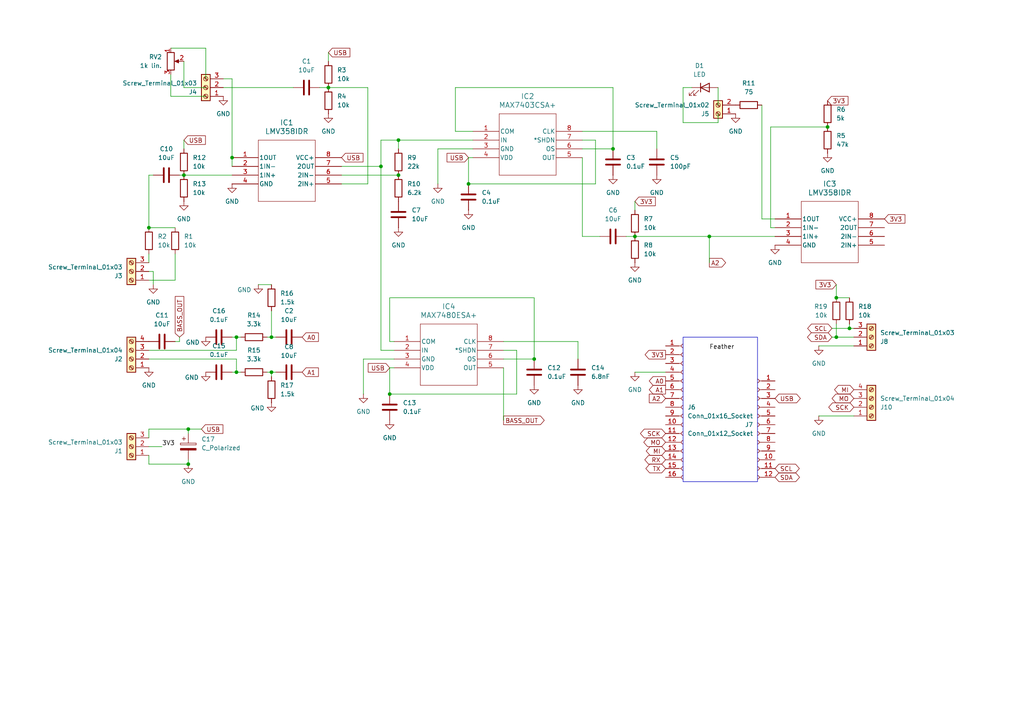
<source format=kicad_sch>
(kicad_sch (version 20231120) (generator "eeschema") (generator_version "8.0")
  (paper "A4")
  (lib_symbols
    (symbol "2024-09-15_01-54-02:MAX7403CSA+" (pin_names (offset 0.254))
      (property "Reference" "U2" (at 16.002 10.16 0))
      (property "Value" "MAX7403CSA+" (at 16.002 7.62 0))
      (symbol "MAX7403CSA+_0_1"
        (polyline (pts (xy 7.62 -12.7) (xy 24.13 -12.7)) (stroke (width 0.127)))
        (polyline (pts (xy 7.62 5.08) (xy 7.62 -12.7)) (stroke (width 0.127)))
        (polyline (pts (xy 24.13 -12.7) (xy 24.13 5.08)) (stroke (width 0.127)))
        (polyline (pts (xy 24.13 5.08) (xy 7.62 5.08)) (stroke (width 0.127)))
        (pin input line (at 0 0 0) (length 7.62) (name "COM") (number "1"))
        (pin input line (at 0 -2.54 0) (length 7.62) (name "IN") (number "2"))
        (pin power_in line (at 0 -5.08 0) (length 7.62) (name "GND") (number "3"))
        (pin power_in line (at 0 -7.62 0) (length 7.62) (name "VDD") (number "4"))
        (pin output line (at 31.75 -7.62 180) (length 7.62) (name "OUT") (number "5"))
        (pin input line (at 31.75 -5.08 180) (length 7.62) (name "OS") (number "6"))
        (pin input line (at 31.75 -2.54 180) (length 7.62) (name "*SHDN") (number "7"))
        (pin input line (at 31.75 0 180) (length 7.62) (name "CLK") (number "8"))
      )
    )
    (symbol "2024-09-15_02-31-25:LMV358IDR" (pin_names (offset 0.254))
      (property "Reference" "U3" (at 16.256 10.414 0))
      (property "Value" "LMV358IDR" (at 16.256 7.874 0))
      (symbol "LMV358IDR_0_1"
        (polyline (pts (xy 7.62 -12.7) (xy 24.13 -12.7)) (stroke (width 0.127)))
        (polyline (pts (xy 7.62 5.08) (xy 7.62 -12.7)) (stroke (width 0.127)))
        (polyline (pts (xy 24.13 -12.7) (xy 24.13 5.08)) (stroke (width 0.127)))
        (polyline (pts (xy 24.13 5.08) (xy 7.62 5.08)) (stroke (width 0.127)))
        (pin output line (at 0 0 0) (length 7.62) (name "1OUT") (number "1"))
        (pin input line (at 0 -2.54 0) (length 7.62) (name "1IN-") (number "2"))
        (pin input line (at 0 -5.08 0) (length 7.62) (name "1IN+") (number "3"))
        (pin power_in line (at 0 -7.62 0) (length 7.62) (name "GND") (number "4"))
        (pin input line (at 31.75 -7.62 180) (length 7.62) (name "2IN+") (number "5"))
        (pin input line (at 31.75 -5.08 180) (length 7.62) (name "2IN-") (number "6"))
        (pin output line (at 31.75 -2.54 180) (length 7.62) (name "2OUT") (number "7"))
        (pin power_in line (at 31.75 0 180) (length 7.62) (name "VCC+") (number "8"))
      )
    )
    (symbol "2024-10-15_04-05-58:MAX7480ESA+" (pin_names (offset 0.254))
      (property "Reference" "U4" (at 16.002 10.414 0))
      (property "Value" "MAX7480ESA+" (at 16.002 7.874 0))
      (symbol "MAX7480ESA+_0_1"
        (polyline (pts (xy 7.62 -12.7) (xy 24.13 -12.7)) (stroke (width 0.127)))
        (polyline (pts (xy 7.62 5.08) (xy 7.62 -12.7)) (stroke (width 0.127)))
        (polyline (pts (xy 24.13 -12.7) (xy 24.13 5.08)) (stroke (width 0.127)))
        (polyline (pts (xy 24.13 5.08) (xy 7.62 5.08)) (stroke (width 0.127)))
        (pin input line (at 0 0 0) (length 7.62) (name "COM") (number "1"))
        (pin input line (at 0 -2.54 0) (length 7.62) (name "IN") (number "2"))
        (pin power_in line (at 0 -5.08 0) (length 7.62) (name "GND") (number "3"))
        (pin power_in line (at 0 -7.62 0) (length 7.62) (name "VDD") (number "4"))
        (pin output line (at 31.75 -7.62 180) (length 7.62) (name "OUT") (number "5"))
        (pin input line (at 31.75 -5.08 180) (length 7.62) (name "OS") (number "6"))
        (pin input line (at 31.75 -2.54 180) (length 7.62) (name "*SHDN") (number "7"))
        (pin input line (at 31.75 0 180) (length 7.62) (name "CLK") (number "8"))
      )
    )
    (symbol "Connector:Conn_01x12_Socket" (pin_names (offset 1.016) hide)
      (property "Reference" "J" (at 0 15.24 0))
      (property "Value" "Conn_01x12_Socket" (at 0 -17.78 0))
      (symbol "Conn_01x12_Socket_1_1"
        (arc (start 0 -14.732) (mid -0.5058 -15.24) (end 0 -15.748) (stroke (width 0.1524)))
        (arc (start 0 -12.192) (mid -0.5058 -12.7) (end 0 -13.208) (stroke (width 0.1524)))
        (arc (start 0 -9.652) (mid -0.5058 -10.16) (end 0 -10.668) (stroke (width 0.1524)))
        (arc (start 0 -7.112) (mid -0.5058 -7.62) (end 0 -8.128) (stroke (width 0.1524)))
        (arc (start 0 -4.572) (mid -0.5058 -5.08) (end 0 -5.588) (stroke (width 0.1524)))
        (arc (start 0 -2.032) (mid -0.5058 -2.54) (end 0 -3.048) (stroke (width 0.1524)))
        (polyline (pts (xy -1.27 -15.24) (xy -0.508 -15.24)) (stroke (width 0.1524)))
        (polyline (pts (xy -1.27 -12.7) (xy -0.508 -12.7)) (stroke (width 0.1524)))
        (polyline (pts (xy -1.27 -10.16) (xy -0.508 -10.16)) (stroke (width 0.1524)))
        (polyline (pts (xy -1.27 -7.62) (xy -0.508 -7.62)) (stroke (width 0.1524)))
        (polyline (pts (xy -1.27 -5.08) (xy -0.508 -5.08)) (stroke (width 0.1524)))
        (polyline (pts (xy -1.27 -2.54) (xy -0.508 -2.54)) (stroke (width 0.1524)))
        (polyline (pts (xy -1.27 0) (xy -0.508 0)) (stroke (width 0.1524)))
        (polyline (pts (xy -1.27 2.54) (xy -0.508 2.54)) (stroke (width 0.1524)))
        (polyline (pts (xy -1.27 5.08) (xy -0.508 5.08)) (stroke (width 0.1524)))
        (polyline (pts (xy -1.27 7.62) (xy -0.508 7.62)) (stroke (width 0.1524)))
        (polyline (pts (xy -1.27 10.16) (xy -0.508 10.16)) (stroke (width 0.1524)))
        (polyline (pts (xy -1.27 12.7) (xy -0.508 12.7)) (stroke (width 0.1524)))
        (arc (start 0 0.508) (mid -0.5058 0) (end 0 -0.508) (stroke (width 0.1524)))
        (arc (start 0 3.048) (mid -0.5058 2.54) (end 0 2.032) (stroke (width 0.1524)))
        (arc (start 0 5.588) (mid -0.5058 5.08) (end 0 4.572) (stroke (width 0.1524)))
        (arc (start 0 8.128) (mid -0.5058 7.62) (end 0 7.112) (stroke (width 0.1524)))
        (arc (start 0 10.668) (mid -0.5058 10.16) (end 0 9.652) (stroke (width 0.1524)))
        (arc (start 0 13.208) (mid -0.5058 12.7) (end 0 12.192) (stroke (width 0.1524)))
        (pin passive line (at -5.08 12.7 0) (length 3.81) (name "Pin_1") (number "1"))
        (pin passive line (at -5.08 -10.16 0) (length 3.81) (name "Pin_10") (number "10"))
        (pin passive line (at -5.08 -12.7 0) (length 3.81) (name "Pin_11") (number "11"))
        (pin passive line (at -5.08 -15.24 0) (length 3.81) (name "Pin_12") (number "12"))
        (pin passive line (at -5.08 10.16 0) (length 3.81) (name "Pin_2") (number "2"))
        (pin passive line (at -5.08 7.62 0) (length 3.81) (name "Pin_3") (number "3"))
        (pin passive line (at -5.08 5.08 0) (length 3.81) (name "Pin_4") (number "4"))
        (pin passive line (at -5.08 2.54 0) (length 3.81) (name "Pin_5") (number "5"))
        (pin passive line (at -5.08 0 0) (length 3.81) (name "Pin_6") (number "6"))
        (pin passive line (at -5.08 -2.54 0) (length 3.81) (name "Pin_7") (number "7"))
        (pin passive line (at -5.08 -5.08 0) (length 3.81) (name "Pin_8") (number "8"))
        (pin passive line (at -5.08 -7.62 0) (length 3.81) (name "Pin_9") (number "9"))
      )
    )
    (symbol "Connector:Conn_01x16_Socket" (pin_names (offset 1.016) hide)
      (property "Reference" "J" (at 0 20.32 0))
      (property "Value" "Conn_01x16_Socket" (at 0 -22.86 0))
      (symbol "Conn_01x16_Socket_1_1"
        (arc (start 0 -19.812) (mid -0.5058 -20.32) (end 0 -20.828) (stroke (width 0.1524)))
        (arc (start 0 -17.272) (mid -0.5058 -17.78) (end 0 -18.288) (stroke (width 0.1524)))
        (arc (start 0 -14.732) (mid -0.5058 -15.24) (end 0 -15.748) (stroke (width 0.1524)))
        (arc (start 0 -12.192) (mid -0.5058 -12.7) (end 0 -13.208) (stroke (width 0.1524)))
        (arc (start 0 -9.652) (mid -0.5058 -10.16) (end 0 -10.668) (stroke (width 0.1524)))
        (arc (start 0 -7.112) (mid -0.5058 -7.62) (end 0 -8.128) (stroke (width 0.1524)))
        (arc (start 0 -4.572) (mid -0.5058 -5.08) (end 0 -5.588) (stroke (width 0.1524)))
        (arc (start 0 -2.032) (mid -0.5058 -2.54) (end 0 -3.048) (stroke (width 0.1524)))
        (polyline (pts (xy -1.27 -20.32) (xy -0.508 -20.32)) (stroke (width 0.1524)))
        (polyline (pts (xy -1.27 -17.78) (xy -0.508 -17.78)) (stroke (width 0.1524)))
        (polyline (pts (xy -1.27 -15.24) (xy -0.508 -15.24)) (stroke (width 0.1524)))
        (polyline (pts (xy -1.27 -12.7) (xy -0.508 -12.7)) (stroke (width 0.1524)))
        (polyline (pts (xy -1.27 -10.16) (xy -0.508 -10.16)) (stroke (width 0.1524)))
        (polyline (pts (xy -1.27 -7.62) (xy -0.508 -7.62)) (stroke (width 0.1524)))
        (polyline (pts (xy -1.27 -5.08) (xy -0.508 -5.08)) (stroke (width 0.1524)))
        (polyline (pts (xy -1.27 -2.54) (xy -0.508 -2.54)) (stroke (width 0.1524)))
        (polyline (pts (xy -1.27 0) (xy -0.508 0)) (stroke (width 0.1524)))
        (polyline (pts (xy -1.27 2.54) (xy -0.508 2.54)) (stroke (width 0.1524)))
        (polyline (pts (xy -1.27 5.08) (xy -0.508 5.08)) (stroke (width 0.1524)))
        (polyline (pts (xy -1.27 7.62) (xy -0.508 7.62)) (stroke (width 0.1524)))
        (polyline (pts (xy -1.27 10.16) (xy -0.508 10.16)) (stroke (width 0.1524)))
        (polyline (pts (xy -1.27 12.7) (xy -0.508 12.7)) (stroke (width 0.1524)))
        (polyline (pts (xy -1.27 15.24) (xy -0.508 15.24)) (stroke (width 0.1524)))
        (polyline (pts (xy -1.27 17.78) (xy -0.508 17.78)) (stroke (width 0.1524)))
        (arc (start 0 0.508) (mid -0.5058 0) (end 0 -0.508) (stroke (width 0.1524)))
        (arc (start 0 3.048) (mid -0.5058 2.54) (end 0 2.032) (stroke (width 0.1524)))
        (arc (start 0 5.588) (mid -0.5058 5.08) (end 0 4.572) (stroke (width 0.1524)))
        (arc (start 0 8.128) (mid -0.5058 7.62) (end 0 7.112) (stroke (width 0.1524)))
        (arc (start 0 10.668) (mid -0.5058 10.16) (end 0 9.652) (stroke (width 0.1524)))
        (arc (start 0 13.208) (mid -0.5058 12.7) (end 0 12.192) (stroke (width 0.1524)))
        (arc (start 0 15.748) (mid -0.5058 15.24) (end 0 14.732) (stroke (width 0.1524)))
        (arc (start 0 18.288) (mid -0.5058 17.78) (end 0 17.272) (stroke (width 0.1524)))
        (pin passive line (at -5.08 17.78 0) (length 3.81) (name "Pin_1") (number "1"))
        (pin passive line (at -5.08 -5.08 0) (length 3.81) (name "Pin_10") (number "10"))
        (pin passive line (at -5.08 -7.62 0) (length 3.81) (name "Pin_11") (number "11"))
        (pin passive line (at -5.08 -10.16 0) (length 3.81) (name "Pin_12") (number "12"))
        (pin passive line (at -5.08 -12.7 0) (length 3.81) (name "Pin_13") (number "13"))
        (pin passive line (at -5.08 -15.24 0) (length 3.81) (name "Pin_14") (number "14"))
        (pin passive line (at -5.08 -17.78 0) (length 3.81) (name "Pin_15") (number "15"))
        (pin passive line (at -5.08 -20.32 0) (length 3.81) (name "Pin_16") (number "16"))
        (pin passive line (at -5.08 15.24 0) (length 3.81) (name "Pin_2") (number "2"))
        (pin passive line (at -5.08 12.7 0) (length 3.81) (name "Pin_3") (number "3"))
        (pin passive line (at -5.08 10.16 0) (length 3.81) (name "Pin_4") (number "4"))
        (pin passive line (at -5.08 7.62 0) (length 3.81) (name "Pin_5") (number "5"))
        (pin passive line (at -5.08 5.08 0) (length 3.81) (name "Pin_6") (number "6"))
        (pin passive line (at -5.08 2.54 0) (length 3.81) (name "Pin_7") (number "7"))
        (pin passive line (at -5.08 0 0) (length 3.81) (name "Pin_8") (number "8"))
        (pin passive line (at -5.08 -2.54 0) (length 3.81) (name "Pin_9") (number "9"))
      )
    )
    (symbol "Connector:Screw_Terminal_01x02" (pin_names (offset 1.016) hide)
      (property "Reference" "J" (at 0 2.54 0))
      (property "Value" "Screw_Terminal_01x02" (at 0 -5.08 0))
      (symbol "Screw_Terminal_01x02_1_1"
        (rectangle (start -1.27 1.27) (end 1.27 -3.81) (stroke (width 0.254)) (fill (type background)))
        (circle (center 0 -2.54) (radius 0.635) (stroke (width 0.1524)))
        (polyline (pts (xy -0.5334 -2.2098) (xy 0.3302 -3.048)) (stroke (width 0.1524)))
        (polyline (pts (xy -0.5334 0.3302) (xy 0.3302 -0.508)) (stroke (width 0.1524)))
        (polyline (pts (xy -0.3556 -2.032) (xy 0.508 -2.8702)) (stroke (width 0.1524)))
        (polyline (pts (xy -0.3556 0.508) (xy 0.508 -0.3302)) (stroke (width 0.1524)))
        (circle (center 0 0) (radius 0.635) (stroke (width 0.1524)))
        (pin passive line (at -5.08 0 0) (length 3.81) (name "Pin_1") (number "1"))
        (pin passive line (at -5.08 -2.54 0) (length 3.81) (name "Pin_2") (number "2"))
      )
    )
    (symbol "Connector:Screw_Terminal_01x03" (pin_names (offset 1.016) hide)
      (property "Reference" "J" (at 0 5.08 0))
      (property "Value" "Screw_Terminal_01x03" (at 0 -5.08 0))
      (symbol "Screw_Terminal_01x03_1_1"
        (rectangle (start -1.27 3.81) (end 1.27 -3.81) (stroke (width 0.254)) (fill (type background)))
        (circle (center 0 -2.54) (radius 0.635) (stroke (width 0.1524)))
        (polyline (pts (xy -0.5334 -2.2098) (xy 0.3302 -3.048)) (stroke (width 0.1524)))
        (polyline (pts (xy -0.5334 0.3302) (xy 0.3302 -0.508)) (stroke (width 0.1524)))
        (polyline (pts (xy -0.5334 2.8702) (xy 0.3302 2.032)) (stroke (width 0.1524)))
        (polyline (pts (xy -0.3556 -2.032) (xy 0.508 -2.8702)) (stroke (width 0.1524)))
        (polyline (pts (xy -0.3556 0.508) (xy 0.508 -0.3302)) (stroke (width 0.1524)))
        (polyline (pts (xy -0.3556 3.048) (xy 0.508 2.2098)) (stroke (width 0.1524)))
        (circle (center 0 0) (radius 0.635) (stroke (width 0.1524)))
        (circle (center 0 2.54) (radius 0.635) (stroke (width 0.1524)))
        (pin passive line (at -5.08 2.54 0) (length 3.81) (name "Pin_1") (number "1"))
        (pin passive line (at -5.08 0 0) (length 3.81) (name "Pin_2") (number "2"))
        (pin passive line (at -5.08 -2.54 0) (length 3.81) (name "Pin_3") (number "3"))
      )
    )
    (symbol "Connector:Screw_Terminal_01x04" (pin_names (offset 1.016) hide)
      (property "Reference" "J" (at 0 5.08 0))
      (property "Value" "Screw_Terminal_01x04" (at 0 -7.62 0))
      (symbol "Screw_Terminal_01x04_1_1"
        (rectangle (start -1.27 3.81) (end 1.27 -6.35) (stroke (width 0.254)) (fill (type background)))
        (circle (center 0 -5.08) (radius 0.635) (stroke (width 0.1524)))
        (circle (center 0 -2.54) (radius 0.635) (stroke (width 0.1524)))
        (polyline (pts (xy -0.5334 -4.7498) (xy 0.3302 -5.588)) (stroke (width 0.1524)))
        (polyline (pts (xy -0.5334 -2.2098) (xy 0.3302 -3.048)) (stroke (width 0.1524)))
        (polyline (pts (xy -0.5334 0.3302) (xy 0.3302 -0.508)) (stroke (width 0.1524)))
        (polyline (pts (xy -0.5334 2.8702) (xy 0.3302 2.032)) (stroke (width 0.1524)))
        (polyline (pts (xy -0.3556 -4.572) (xy 0.508 -5.4102)) (stroke (width 0.1524)))
        (polyline (pts (xy -0.3556 -2.032) (xy 0.508 -2.8702)) (stroke (width 0.1524)))
        (polyline (pts (xy -0.3556 0.508) (xy 0.508 -0.3302)) (stroke (width 0.1524)))
        (polyline (pts (xy -0.3556 3.048) (xy 0.508 2.2098)) (stroke (width 0.1524)))
        (circle (center 0 0) (radius 0.635) (stroke (width 0.1524)))
        (circle (center 0 2.54) (radius 0.635) (stroke (width 0.1524)))
        (pin passive line (at -5.08 2.54 0) (length 3.81) (name "Pin_1") (number "1"))
        (pin passive line (at -5.08 0 0) (length 3.81) (name "Pin_2") (number "2"))
        (pin passive line (at -5.08 -2.54 0) (length 3.81) (name "Pin_3") (number "3"))
        (pin passive line (at -5.08 -5.08 0) (length 3.81) (name "Pin_4") (number "4"))
      )
    )
    (symbol "Device:C" (pin_numbers hide) (pin_names (offset 0.254))
      (property "Reference" "C" (at 0.635 2.54 0))
      (property "Value" "C" (at 0.635 -2.54 0))
      (symbol "C_0_1"
        (polyline (pts (xy -2.032 -0.762) (xy 2.032 -0.762)) (stroke (width 0.508)))
        (polyline (pts (xy -2.032 0.762) (xy 2.032 0.762)) (stroke (width 0.508)))
      )
      (symbol "C_1_1"
        (pin passive line (at 0 3.81 270) (length 2.794) (name "~") (number "1"))
        (pin passive line (at 0 -3.81 90) (length 2.794) (name "~") (number "2"))
      )
    )
    (symbol "Device:C_Polarized" (pin_numbers hide) (pin_names (offset 0.254))
      (property "Reference" "C" (at 0.635 2.54 0))
      (property "Value" "C_Polarized" (at 0.635 -2.54 0))
      (symbol "C_Polarized_0_1"
        (rectangle (start -2.286 0.508) (end 2.286 1.016))
        (polyline (pts (xy -1.778 2.286) (xy -0.762 2.286)))
        (polyline (pts (xy -1.27 2.794) (xy -1.27 1.778)))
        (rectangle (start 2.286 -0.508) (end -2.286 -1.016) (fill (type outline)))
      )
      (symbol "C_Polarized_1_1"
        (pin passive line (at 0 3.81 270) (length 2.794) (name "~") (number "1"))
        (pin passive line (at 0 -3.81 90) (length 2.794) (name "~") (number "2"))
      )
    )
    (symbol "Device:LED" (pin_numbers hide) (pin_names (offset 1.016) hide)
      (property "Reference" "D" (at 0 2.54 0))
      (property "Value" "LED" (at 0 -2.54 0))
      (symbol "LED_0_1"
        (polyline (pts (xy -1.27 -1.27) (xy -1.27 1.27)) (stroke (width 0.254)))
        (polyline (pts (xy -1.27 0) (xy 1.27 0)))
        (polyline (pts (xy 1.27 -1.27) (xy 1.27 1.27) (xy -1.27 0) (xy 1.27 -1.27)) (stroke (width 0.254)))
        (polyline (pts (xy -3.048 -0.762) (xy -4.572 -2.286) (xy -3.81 -2.286) (xy -4.572 -2.286) (xy -4.572 -1.524)))
        (polyline (pts (xy -1.778 -0.762) (xy -3.302 -2.286) (xy -2.54 -2.286) (xy -3.302 -2.286) (xy -3.302 -1.524)))
      )
      (symbol "LED_1_1"
        (pin passive line (at -3.81 0 0) (length 2.54) (name "K") (number "1"))
        (pin passive line (at 3.81 0 180) (length 2.54) (name "A") (number "2"))
      )
    )
    (symbol "Device:R" (pin_numbers hide) (pin_names (offset 0))
      (property "Reference" "R" (at 2.032 0 90))
      (property "Value" "R" (at 0 0 90))
      (symbol "R_0_1"
        (rectangle (start -1.016 -2.54) (end 1.016 2.54) (stroke (width 0.254)))
      )
      (symbol "R_1_1"
        (pin passive line (at 0 3.81 270) (length 1.27) (name "~") (number "1"))
        (pin passive line (at 0 -3.81 90) (length 1.27) (name "~") (number "2"))
      )
    )
    (symbol "Device:R_Potentiometer" (pin_names (offset 1.016) hide)
      (property "Reference" "RV" (at -4.445 0 90))
      (property "Value" "R_Potentiometer" (at -2.54 0 90))
      (symbol "R_Potentiometer_0_1"
        (polyline (pts (xy 2.54 0) (xy 1.524 0)))
        (polyline (pts (xy 1.143 0) (xy 2.286 0.508) (xy 2.286 -0.508) (xy 1.143 0)) (fill (type outline)))
        (rectangle (start 1.016 2.54) (end -1.016 -2.54) (stroke (width 0.254)))
      )
      (symbol "R_Potentiometer_1_1"
        (pin passive line (at 0 3.81 270) (length 1.27) (name "1") (number "1"))
        (pin passive line (at 3.81 0 180) (length 1.27) (name "2") (number "2"))
        (pin passive line (at 0 -3.81 90) (length 1.27) (name "3") (number "3"))
      )
    )
    (symbol "power:GND" (power) (pin_numbers hide) (pin_names (offset 0) hide)
      (property "Value" "GND" (at 0 -3.81 0))
      (symbol "GND_0_1"
        (polyline (pts (xy 0 0) (xy 0 -1.27) (xy 1.27 -1.27) (xy 0 -2.54) (xy -1.27 -1.27) (xy 0 -1.27)))
      )
      (symbol "GND_1_1"
        (pin power_in line (at 0 0 270) (length 0) (name "~") (number "1"))
      )
    )
  )
  (junction (at 78.74 97.79))
  (junction (at 113.03 114.3))
  (junction (at 78.74 107.95))
  (junction (at 115.57 50.8))
  (junction (at 242.57 86.36))
  (junction (at 240.03 36.83))
  (junction (at 205.74 68.58))
  (junction (at 184.15 68.58))
  (junction (at 135.89 53.34))
  (junction (at 54.61 134.62))
  (junction (at 177.8 43.18))
  (junction (at 68.58 107.95))
  (junction (at 154.94 104.14))
  (junction (at 54.61 124.46))
  (junction (at 53.34 50.8))
  (junction (at 110.49 48.26))
  (junction (at 68.58 97.79))
  (junction (at 242.57 97.79))
  (junction (at 67.31 45.72))
  (junction (at 115.57 40.64))
  (junction (at 95.25 25.4))
  (junction (at 43.18 66.04))
  (junction (at 246.38 95.25))
  (wire (pts (xy 146.05 99.06) (xy 167.64 99.06)))
  (wire (pts (xy 68.58 101.6) (xy 68.58 97.79)))
  (wire (pts (xy 242.57 93.98) (xy 242.57 97.79)))
  (wire (pts (xy 52.07 99.06) (xy 52.07 97.79)))
  (wire (pts (xy 43.18 132.08) (xy 43.18 134.62)))
  (wire (pts (xy 54.61 133.35) (xy 54.61 134.62)))
  (wire (pts (xy 200.66 25.4) (xy 198.12 25.4)))
  (wire (pts (xy 113.03 86.36) (xy 113.03 99.06)))
  (wire (pts (xy 113.03 106.68) (xy 113.03 114.3)))
  (wire (pts (xy 113.03 99.06) (xy 114.3 99.06)))
  (wire (pts (xy 246.38 95.25) (xy 247.65 95.25)))
  (wire (pts (xy 53.34 50.8) (xy 67.31 50.8)))
  (wire (pts (xy 68.58 107.95) (xy 69.85 107.95)))
  (wire (pts (xy 95.25 25.4) (xy 106.68 25.4)))
  (wire (pts (xy 53.34 50.8) (xy 52.07 50.8)))
  (wire (pts (xy 184.15 58.42) (xy 184.15 60.96)))
  (wire (pts (xy 43.18 134.62) (xy 54.61 134.62)))
  (wire (pts (xy 168.91 45.72) (xy 168.91 68.58)))
  (wire (pts (xy 132.08 38.1) (xy 137.16 38.1)))
  (wire (pts (xy 68.58 97.79) (xy 69.85 97.79)))
  (wire (pts (xy 67.31 45.72) (xy 67.31 48.26)))
  (wire (pts (xy 67.31 45.72) (xy 67.31 22.86)))
  (wire (pts (xy 242.57 97.79) (xy 247.65 97.79)))
  (wire (pts (xy 242.57 82.55) (xy 242.57 86.36)))
  (wire (pts (xy 77.47 97.79) (xy 78.74 97.79)))
  (wire (pts (xy 205.74 68.58) (xy 224.79 68.58)))
  (wire (pts (xy 95.25 25.4) (xy 92.71 25.4)))
  (wire (pts (xy 149.86 101.6) (xy 149.86 114.3)))
  (wire (pts (xy 52.07 99.06) (xy 50.8 99.06)))
  (wire (pts (xy 223.52 66.04) (xy 223.52 36.83)))
  (wire (pts (xy 110.49 40.64) (xy 115.57 40.64)))
  (wire (pts (xy 44.45 78.74) (xy 43.18 78.74)))
  (wire (pts (xy 220.98 30.48) (xy 220.98 63.5)))
  (wire (pts (xy 43.18 81.28) (xy 50.8 81.28)))
  (wire (pts (xy 115.57 40.64) (xy 137.16 40.64)))
  (wire (pts (xy 54.61 124.46) (xy 58.42 124.46)))
  (wire (pts (xy 242.57 86.36) (xy 246.38 86.36)))
  (wire (pts (xy 43.18 66.04) (xy 43.18 50.8)))
  (wire (pts (xy 106.68 25.4) (xy 106.68 53.34)))
  (wire (pts (xy 49.53 27.94) (xy 59.69 27.94)))
  (wire (pts (xy 110.49 101.6) (xy 114.3 101.6)))
  (wire (pts (xy 205.74 68.58) (xy 205.74 76.2)))
  (wire (pts (xy 127 43.18) (xy 127 53.34)))
  (wire (pts (xy 114.3 104.14) (xy 105.41 104.14)))
  (wire (pts (xy 172.72 40.64) (xy 172.72 53.34)))
  (wire (pts (xy 132.08 25.4) (xy 177.8 25.4)))
  (wire (pts (xy 184.15 107.95) (xy 193.04 107.95)))
  (wire (pts (xy 68.58 104.14) (xy 68.58 107.95)))
  (wire (pts (xy 177.8 25.4) (xy 177.8 43.18)))
  (wire (pts (xy 137.16 43.18) (xy 127 43.18)))
  (wire (pts (xy 43.18 129.54) (xy 46.99 129.54)))
  (wire (pts (xy 177.8 43.18) (xy 168.91 43.18)))
  (wire (pts (xy 237.49 100.33) (xy 247.65 100.33)))
  (wire (pts (xy 49.53 21.59) (xy 49.53 27.94)))
  (wire (pts (xy 224.79 66.04) (xy 223.52 66.04)))
  (wire (pts (xy 237.49 120.65) (xy 247.65 120.65)))
  (wire (pts (xy 246.38 93.98) (xy 246.38 95.25)))
  (wire (pts (xy 78.74 109.22) (xy 78.74 107.95)))
  (wire (pts (xy 78.74 90.17) (xy 78.74 97.79)))
  (wire (pts (xy 198.12 25.4) (xy 198.12 35.56)))
  (wire (pts (xy 64.77 25.4) (xy 85.09 25.4)))
  (wire (pts (xy 168.91 40.64) (xy 172.72 40.64)))
  (wire (pts (xy 168.91 38.1) (xy 190.5 38.1)))
  (wire (pts (xy 44.45 82.55) (xy 44.45 78.74)))
  (wire (pts (xy 146.05 106.68) (xy 146.05 121.92)))
  (wire (pts (xy 50.8 66.04) (xy 43.18 66.04)))
  (wire (pts (xy 49.53 13.97) (xy 59.69 13.97)))
  (wire (pts (xy 99.06 50.8) (xy 115.57 50.8)))
  (wire (pts (xy 135.89 45.72) (xy 135.89 53.34)))
  (wire (pts (xy 208.28 33.02) (xy 208.28 35.56)))
  (wire (pts (xy 53.34 25.4) (xy 59.69 25.4)))
  (wire (pts (xy 77.47 107.95) (xy 78.74 107.95)))
  (wire (pts (xy 43.18 104.14) (xy 68.58 104.14)))
  (wire (pts (xy 50.8 81.28) (xy 50.8 73.66)))
  (wire (pts (xy 43.18 101.6) (xy 68.58 101.6)))
  (wire (pts (xy 208.28 25.4) (xy 208.28 30.48)))
  (wire (pts (xy 184.15 68.58) (xy 181.61 68.58)))
  (wire (pts (xy 220.98 63.5) (xy 224.79 63.5)))
  (wire (pts (xy 74.93 82.55) (xy 78.74 82.55)))
  (wire (pts (xy 113.03 106.68) (xy 114.3 106.68)))
  (wire (pts (xy 78.74 97.79) (xy 80.01 97.79)))
  (wire (pts (xy 168.91 68.58) (xy 173.99 68.58)))
  (wire (pts (xy 110.49 40.64) (xy 110.49 48.26)))
  (wire (pts (xy 241.3 95.25) (xy 246.38 95.25)))
  (wire (pts (xy 67.31 97.79) (xy 68.58 97.79)))
  (wire (pts (xy 172.72 53.34) (xy 135.89 53.34)))
  (wire (pts (xy 223.52 36.83) (xy 240.03 36.83)))
  (wire (pts (xy 184.15 68.58) (xy 205.74 68.58)))
  (wire (pts (xy 241.3 97.79) (xy 242.57 97.79)))
  (wire (pts (xy 105.41 104.14) (xy 105.41 114.3)))
  (wire (pts (xy 146.05 101.6) (xy 149.86 101.6)))
  (wire (pts (xy 115.57 43.18) (xy 115.57 40.64)))
  (wire (pts (xy 43.18 124.46) (xy 54.61 124.46)))
  (wire (pts (xy 67.31 22.86) (xy 64.77 22.86)))
  (wire (pts (xy 190.5 38.1) (xy 190.5 43.18)))
  (wire (pts (xy 154.94 86.36) (xy 154.94 104.14)))
  (wire (pts (xy 149.86 114.3) (xy 113.03 114.3)))
  (wire (pts (xy 78.74 107.95) (xy 80.01 107.95)))
  (wire (pts (xy 53.34 40.64) (xy 53.34 43.18)))
  (wire (pts (xy 113.03 86.36) (xy 154.94 86.36)))
  (wire (pts (xy 95.25 15.24) (xy 95.25 17.78)))
  (wire (pts (xy 43.18 73.66) (xy 43.18 76.2)))
  (wire (pts (xy 43.18 124.46) (xy 43.18 127)))
  (wire (pts (xy 67.31 107.95) (xy 68.58 107.95)))
  (wire (pts (xy 167.64 99.06) (xy 167.64 104.14)))
  (wire (pts (xy 43.18 50.8) (xy 44.45 50.8)))
  (wire (pts (xy 110.49 48.26) (xy 99.06 48.26)))
  (wire (pts (xy 198.12 35.56) (xy 208.28 35.56)))
  (wire (pts (xy 110.49 48.26) (xy 110.49 101.6)))
  (wire (pts (xy 135.89 45.72) (xy 137.16 45.72)))
  (wire (pts (xy 53.34 17.78) (xy 53.34 25.4)))
  (wire (pts (xy 54.61 124.46) (xy 54.61 125.73)))
  (wire (pts (xy 132.08 38.1) (xy 132.08 25.4)))
  (wire (pts (xy 154.94 104.14) (xy 146.05 104.14)))
  (wire (pts (xy 59.69 13.97) (xy 59.69 22.86)))
  (wire (pts (xy 106.68 53.34) (xy 99.06 53.34)))
  (rectangle (start 198.12 97.79) (end 219.71 139.7))
  (label "Feather" (at 205.74 101.6 0))
  (label "3V3" (at 46.99 129.54 0))
  (global_label "SCL" (shape bidirectional) (at 241.3 95.25 180) (property "Intersheetrefs" "${INTERSHEET_REFS}" (effects (hide yes))))
  (global_label "BASS_OUT" (shape input) (at 52.07 97.79 90) (property "Intersheetrefs" "${INTERSHEET_REFS}" (effects (hide yes))))
  (global_label "A1" (shape input) (at 87.63 107.95 0) (property "Intersheetrefs" "${INTERSHEET_REFS}" (effects (hide yes))))
  (global_label "A2" (shape input) (at 193.04 115.57 180) (property "Intersheetrefs" "${INTERSHEET_REFS}" (effects (hide yes))))
  (global_label "3V3" (shape input) (at 256.54 63.5 0) (property "Intersheetrefs" "${INTERSHEET_REFS}" (effects (hide yes))))
  (global_label "3V3" (shape input) (at 184.15 58.42 0) (property "Intersheetrefs" "${INTERSHEET_REFS}" (effects (hide yes))))
  (global_label "MO" (shape bidirectional) (at 247.65 115.57 180) (property "Intersheetrefs" "${INTERSHEET_REFS}" (effects (hide yes))))
  (global_label "A0" (shape input) (at 87.63 97.79 0) (property "Intersheetrefs" "${INTERSHEET_REFS}" (effects (hide yes))))
  (global_label "USB" (shape input) (at 135.89 45.72 180) (property "Intersheetrefs" "${INTERSHEET_REFS}" (effects (hide yes))))
  (global_label "MI" (shape bidirectional) (at 247.65 113.03 180) (property "Intersheetrefs" "${INTERSHEET_REFS}" (effects (hide yes))))
  (global_label "TX" (shape bidirectional) (at 193.04 135.89 180) (property "Intersheetrefs" "${INTERSHEET_REFS}" (effects (hide yes))))
  (global_label "USB" (shape input) (at 99.06 45.72 0) (property "Intersheetrefs" "${INTERSHEET_REFS}" (effects (hide yes))))
  (global_label "USB" (shape input) (at 95.25 15.24 0) (property "Intersheetrefs" "${INTERSHEET_REFS}" (effects (hide yes))))
  (global_label "A1" (shape output) (at 193.04 113.03 180) (property "Intersheetrefs" "${INTERSHEET_REFS}" (effects (hide yes))))
  (global_label "A2" (shape output) (at 205.74 76.2 0) (property "Intersheetrefs" "${INTERSHEET_REFS}" (effects (hide yes))))
  (global_label "USB" (shape input) (at 53.34 40.64 0) (property "Intersheetrefs" "${INTERSHEET_REFS}" (effects (hide yes))))
  (global_label "MI" (shape bidirectional) (at 193.04 130.81 180) (property "Intersheetrefs" "${INTERSHEET_REFS}" (effects (hide yes))))
  (global_label "RX" (shape bidirectional) (at 193.04 133.35 180) (property "Intersheetrefs" "${INTERSHEET_REFS}" (effects (hide yes))))
  (global_label "A0" (shape output) (at 193.04 110.49 180) (property "Intersheetrefs" "${INTERSHEET_REFS}" (effects (hide yes))))
  (global_label "BASS_OUT" (shape output) (at 146.05 121.92 0) (property "Intersheetrefs" "${INTERSHEET_REFS}" (effects (hide yes))))
  (global_label "3V3" (shape input) (at 240.03 29.21 0) (property "Intersheetrefs" "${INTERSHEET_REFS}" (effects (hide yes))))
  (global_label "USB" (shape input) (at 58.42 124.46 0) (property "Intersheetrefs" "${INTERSHEET_REFS}" (effects (hide yes))))
  (global_label "SDA" (shape bidirectional) (at 241.3 97.79 180) (property "Intersheetrefs" "${INTERSHEET_REFS}" (effects (hide yes))))
  (global_label "SCK" (shape bidirectional) (at 247.65 118.11 180) (property "Intersheetrefs" "${INTERSHEET_REFS}" (effects (hide yes))))
  (global_label "3V3" (shape output) (at 193.04 102.87 180) (property "Intersheetrefs" "${INTERSHEET_REFS}" (effects (hide yes))))
  (global_label "3V3" (shape input) (at 242.57 82.55 180) (property "Intersheetrefs" "${INTERSHEET_REFS}" (effects (hide yes))))
  (global_label "USB" (shape bidirectional) (at 224.79 115.57 0) (property "Intersheetrefs" "${INTERSHEET_REFS}" (effects (hide yes))))
  (global_label "MO" (shape bidirectional) (at 193.04 128.27 180) (property "Intersheetrefs" "${INTERSHEET_REFS}" (effects (hide yes))))
  (global_label "SCK" (shape bidirectional) (at 193.04 125.73 180) (property "Intersheetrefs" "${INTERSHEET_REFS}" (effects (hide yes))))
  (global_label "SDA" (shape bidirectional) (at 224.79 138.43 0) (property "Intersheetrefs" "${INTERSHEET_REFS}" (effects (hide yes))))
  (global_label "SCL" (shape bidirectional) (at 224.79 135.89 0) (property "Intersheetrefs" "${INTERSHEET_REFS}" (effects (hide yes))))
  (global_label "USB" (shape input) (at 113.03 106.68 180) (property "Intersheetrefs" "${INTERSHEET_REFS}" (effects (hide yes))))
  (symbol (lib_id "Connector:Screw_Terminal_01x04") (at 38.1 104.14 180) (unit 1)
    (property "Reference" "J2" (at 35.56 104.1401 0) (effects (justify left)))
    (property "Value" "Screw_Terminal_01x04" (at 35.56 101.6001 0) (effects (justify left)))
    (property "Footprint" "TerminalBlock_TE-Connectivity:TerminalBlock_TE_282834-4_1x04_P2.54mm_Horizontal" (effects (hide yes)))
    (property "Description" "Generic screw terminal, single row, 01x04, script generated (kicad-library-utils/schlib/autogen/connector/)" (effects (hide yes)))
  )
  (symbol (lib_id "Device:R") (at 240.03 33.02 0) (unit 1)
    (property "Reference" "R6" (at 242.57 31.7499 0) (effects (justify left)))
    (property "Value" "5k" (at 242.57 34.2899 0) (effects (justify left)))
    (property "Footprint" "Resistor_SMD:R_1206_3216Metric" (effects (hide yes)))
    (property "Description" "Resistor" (effects (hide yes)))
  )
  (symbol (lib_id "power:GND") (at 224.79 71.12 0) (unit 1)
    (property "Reference" "#PWR04" (effects (hide yes)))
    (property "Value" "GND" (at 224.79 76.2 0))
    (property "Description" "Power symbol creates a global label with name \"GND\" , ground" (effects (hide yes)))
  )
  (symbol (lib_id "Device:C") (at 190.5 46.99 180) (unit 1)
    (property "Reference" "C5" (at 194.31 45.7199 0) (effects (justify right)))
    (property "Value" "100pF" (at 194.31 48.2599 0) (effects (justify right)))
    (property "Footprint" "Capacitor_SMD:C_0805_2012Metric" (effects (hide yes)))
    (property "Description" "Unpolarized capacitor" (effects (hide yes)))
  )
  (symbol (lib_id "Device:C") (at 177.8 68.58 270) (unit 1)
    (property "Reference" "C6" (at 177.8 60.96 90))
    (property "Value" "10uF" (at 177.8 63.5 90))
    (property "Footprint" "Capacitor_SMD:C_0805_2012Metric" (effects (hide yes)))
    (property "Description" "Unpolarized capacitor" (effects (hide yes)))
  )
  (symbol (lib_id "power:GND") (at 127 53.34 0) (unit 1)
    (property "Reference" "#PWR09" (effects (hide yes)))
    (property "Value" "GND" (at 127 58.42 0))
    (property "Description" "Power symbol creates a global label with name \"GND\" , ground" (effects (hide yes)))
  )
  (symbol (lib_id "Device:R") (at 78.74 113.03 0) (unit 1)
    (property "Reference" "R17" (at 81.28 111.7599 0) (effects (justify left)))
    (property "Value" "1.5k" (at 81.28 114.2999 0) (effects (justify left)))
    (property "Footprint" "Resistor_SMD:R_1206_3216Metric" (effects (hide yes)))
    (property "Description" "Resistor" (effects (hide yes)))
  )
  (symbol (lib_id "power:GND") (at 190.5 50.8 0) (unit 1)
    (property "Reference" "#PWR010" (effects (hide yes)))
    (property "Value" "GND" (at 190.5 55.88 0))
    (property "Description" "Power symbol creates a global label with name \"GND\" , ground" (effects (hide yes)))
  )
  (symbol (lib_id "Device:C") (at 63.5 107.95 90) (unit 1)
    (property "Reference" "C15" (at 63.5 100.33 90))
    (property "Value" "0.1uF" (at 63.5 102.87 90))
    (property "Footprint" "Capacitor_SMD:C_0805_2012Metric" (effects (hide yes)))
    (property "Description" "Unpolarized capacitor" (effects (hide yes)))
  )
  (symbol (lib_id "Connector:Screw_Terminal_01x03") (at 252.73 97.79 0) (mirror x) (unit 1)
    (property "Reference" "J8" (at 255.27 99.0601 0) (effects (justify left)))
    (property "Value" "Screw_Terminal_01x03" (at 255.27 96.5201 0) (effects (justify left)))
    (property "Footprint" "TerminalBlock_TE-Connectivity:TerminalBlock_TE_282834-3_1x03_P2.54mm_Horizontal" (effects (hide yes)))
    (property "Description" "Generic screw terminal, single row, 01x03, script generated (kicad-library-utils/schlib/autogen/connector/)" (effects (hide yes)))
  )
  (symbol (lib_id "power:GND") (at 167.64 111.76 0) (unit 1)
    (property "Reference" "#PWR021" (effects (hide yes)))
    (property "Value" "GND" (at 167.64 116.84 0))
    (property "Description" "Power symbol creates a global label with name \"GND\" , ground" (effects (hide yes)))
  )
  (symbol (lib_id "Device:C") (at 154.94 107.95 180) (unit 1)
    (property "Reference" "C12" (at 158.75 106.6799 0) (effects (justify right)))
    (property "Value" "0.1uF" (at 158.75 109.2199 0) (effects (justify right)))
    (property "Footprint" "Capacitor_SMD:C_0805_2012Metric" (effects (hide yes)))
    (property "Description" "Unpolarized capacitor" (effects (hide yes)))
  )
  (symbol (lib_id "power:GND") (at 184.15 76.2 0) (unit 1)
    (property "Reference" "#PWR011" (effects (hide yes)))
    (property "Value" "GND" (at 184.15 81.28 0))
    (property "Description" "Power symbol creates a global label with name \"GND\" , ground" (effects (hide yes)))
  )
  (symbol (lib_id "Device:C_Polarized") (at 54.61 129.54 0) (unit 1)
    (property "Reference" "C17" (at 58.42 127.3809 0) (effects (justify left)))
    (property "Value" "C_Polarized" (at 58.42 129.9209 0) (effects (justify left)))
    (property "Footprint" "Capacitor_THT:CP_Radial_D8.0mm_P3.50mm" (effects (hide yes)))
    (property "Description" "Polarized capacitor" (effects (hide yes)))
  )
  (symbol (lib_id "power:GND") (at 213.36 33.02 0) (unit 1)
    (property "Reference" "#PWR06" (effects (hide yes)))
    (property "Value" "GND" (at 213.36 38.1 0))
    (property "Description" "Power symbol creates a global label with name \"GND\" , ground" (effects (hide yes)))
  )
  (symbol (lib_id "Device:R") (at 184.15 64.77 0) (unit 1)
    (property "Reference" "R7" (at 186.69 63.4999 0) (effects (justify left)))
    (property "Value" "10k" (at 186.69 66.0399 0) (effects (justify left)))
    (property "Footprint" "Resistor_SMD:R_1206_3216Metric" (effects (hide yes)))
    (property "Description" "Resistor" (effects (hide yes)))
  )
  (symbol (lib_id "power:GND") (at 59.69 97.79 0) (unit 1)
    (property "Reference" "#PWR023" (effects (hide yes)))
    (property "Value" "GND" (at 55.88 99.314 0))
    (property "Description" "Power symbol creates a global label with name \"GND\" , ground" (effects (hide yes)))
  )
  (symbol (lib_id "Device:R") (at 95.25 21.59 0) (unit 1)
    (property "Reference" "R3" (at 97.79 20.3199 0) (effects (justify left)))
    (property "Value" "10k" (at 97.79 22.8599 0) (effects (justify left)))
    (property "Footprint" "Resistor_SMD:R_1206_3216Metric" (effects (hide yes)))
    (property "Description" "Resistor" (effects (hide yes)))
  )
  (symbol (lib_id "power:GND") (at 67.31 53.34 0) (unit 1)
    (property "Reference" "#PWR012" (effects (hide yes)))
    (property "Value" "GND" (at 67.31 58.42 0))
    (property "Description" "Power symbol creates a global label with name \"GND\" , ground" (effects (hide yes)))
  )
  (symbol (lib_id "Connector:Screw_Terminal_01x03") (at 38.1 129.54 180) (unit 1)
    (property "Reference" "J1" (at 35.56 130.8101 0) (effects (justify left)))
    (property "Value" "Screw_Terminal_01x03" (at 35.56 128.2701 0) (effects (justify left)))
    (property "Footprint" "TerminalBlock_TE-Connectivity:TerminalBlock_TE_282834-3_1x03_P2.54mm_Horizontal" (effects (hide yes)))
    (property "Description" "Generic screw terminal, single row, 01x03, script generated (kicad-library-utils/schlib/autogen/connector/)" (effects (hide yes)))
  )
  (symbol (lib_id "Device:R") (at 242.57 90.17 0) (mirror y) (unit 1)
    (property "Reference" "R19" (at 240.03 88.8999 0) (effects (justify left)))
    (property "Value" "10k" (at 240.03 91.4399 0) (effects (justify left)))
    (property "Footprint" "Resistor_SMD:R_1206_3216Metric" (effects (hide yes)))
    (property "Description" "Resistor" (effects (hide yes)))
  )
  (symbol (lib_id "power:GND") (at 177.8 50.8 0) (unit 1)
    (property "Reference" "#PWR07" (effects (hide yes)))
    (property "Value" "GND" (at 177.8 55.88 0))
    (property "Description" "Power symbol creates a global label with name \"GND\" , ground" (effects (hide yes)))
  )
  (symbol (lib_id "Device:R") (at 115.57 46.99 180) (unit 1)
    (property "Reference" "R9" (at 118.11 45.7199 0) (effects (justify right)))
    (property "Value" "22k" (at 118.11 48.2599 0) (effects (justify right)))
    (property "Footprint" "Resistor_SMD:R_1206_3216Metric" (effects (hide yes)))
    (property "Description" "Resistor" (effects (hide yes)))
  )
  (symbol (lib_id "Connector:Screw_Terminal_01x04") (at 252.73 118.11 0) (mirror x) (unit 1)
    (property "Reference" "J10" (at 255.27 118.1101 0) (effects (justify left)))
    (property "Value" "Screw_Terminal_01x04" (at 255.27 115.5701 0) (effects (justify left)))
    (property "Footprint" "TerminalBlock_TE-Connectivity:TerminalBlock_TE_282834-4_1x04_P2.54mm_Horizontal" (effects (hide yes)))
    (property "Description" "Generic screw terminal, single row, 01x04, script generated (kicad-library-utils/schlib/autogen/connector/)" (effects (hide yes)))
  )
  (symbol (lib_id "power:GND") (at 54.61 134.62 0) (unit 1)
    (property "Reference" "#PWR015" (effects (hide yes)))
    (property "Value" "GND" (at 54.61 139.7 0))
    (property "Description" "Power symbol creates a global label with name \"GND\" , ground" (effects (hide yes)))
  )
  (symbol (lib_id "Device:LED") (at 204.47 25.4 0) (unit 1)
    (property "Reference" "D1" (at 202.8825 19.05 0))
    (property "Value" "LED" (at 202.8825 21.59 0))
    (property "Description" "Light emitting diode" (effects (hide yes)))
  )
  (symbol (lib_id "Connector:Screw_Terminal_01x02") (at 208.28 33.02 180) (unit 1)
    (property "Reference" "J5" (at 205.74 33.0201 0) (effects (justify left)))
    (property "Value" "Screw_Terminal_01x02" (at 205.74 30.4801 0) (effects (justify left)))
    (property "Footprint" "TerminalBlock_TE-Connectivity:TerminalBlock_TE_282834-2_1x02_P2.54mm_Horizontal" (effects (hide yes)))
    (property "Description" "Generic screw terminal, single row, 01x02, script generated (kicad-library-utils/schlib/autogen/connector/)" (effects (hide yes)))
  )
  (symbol (lib_id "2024-09-15_02-31-25:LMV358IDR") (at 67.31 45.72 0) (unit 1)
    (property "Reference" "IC1" (at 83.185 35.56 0) (effects (font (size 1.524 1.524))))
    (property "Value" "LMV358IDR" (at 83.185 38.1 0) (effects (font (size 1.524 1.524))))
    (property "Footprint" "footprints:21-0041B_8_MXM" (effects (hide yes)))
    (property "Datasheet" "LMV358IDR" (effects (hide yes)))
    (property "Sim.Library" "C:\\Users\\Nikita.SYNYTSIA\\Documents\\KiCad\\LMV358IDR\\KiCADv6\\footprints.pretty\\D8.kicad_mod" (effects (hide yes)))
  )
  (symbol (lib_id "Device:R") (at 246.38 90.17 0) (unit 1)
    (property "Reference" "R18" (at 248.92 88.8999 0) (effects (justify left)))
    (property "Value" "10k" (at 248.92 91.4399 0) (effects (justify left)))
    (property "Footprint" "Resistor_SMD:R_1206_3216Metric" (effects (hide yes)))
    (property "Description" "Resistor" (effects (hide yes)))
  )
  (symbol (lib_id "power:GND") (at 135.89 60.96 0) (unit 1)
    (property "Reference" "#PWR08" (effects (hide yes)))
    (property "Value" "GND" (at 135.89 66.04 0))
    (property "Description" "Power symbol creates a global label with name \"GND\" , ground" (effects (hide yes)))
  )
  (symbol (lib_id "Connector:Conn_01x12_Socket") (at 219.71 123.19 0) (mirror y) (unit 1)
    (property "Reference" "J7" (at 218.44 123.1899 0) (effects (justify left)))
    (property "Value" "Conn_01x12_Socket" (at 218.44 125.7299 0) (effects (justify left)))
    (property "Footprint" "Connector_PinSocket_2.54mm:PinSocket_1x12_P2.54mm_Vertical" (effects (hide yes)))
    (property "Description" "Generic connector, single row, 01x12, script generated" (effects (hide yes)))
  )
  (symbol (lib_id "power:GND") (at 59.69 107.95 0) (unit 1)
    (property "Reference" "#PWR022" (effects (hide yes)))
    (property "Value" "GND" (at 55.626 109.474 0))
    (property "Description" "Power symbol creates a global label with name \"GND\" , ground" (effects (hide yes)))
  )
  (symbol (lib_id "Device:C") (at 135.89 57.15 180) (unit 1)
    (property "Reference" "C4" (at 139.7 55.8799 0) (effects (justify right)))
    (property "Value" "0.1uF" (at 139.7 58.4199 0) (effects (justify right)))
    (property "Footprint" "Capacitor_SMD:C_0805_2012Metric" (effects (hide yes)))
    (property "Description" "Unpolarized capacitor" (effects (hide yes)))
  )
  (symbol (lib_id "Device:R") (at 78.74 86.36 0) (unit 1)
    (property "Reference" "R16" (at 81.28 85.0899 0) (effects (justify left)))
    (property "Value" "1.5k" (at 81.28 87.6299 0) (effects (justify left)))
    (property "Footprint" "Resistor_SMD:R_1206_3216Metric" (effects (hide yes)))
    (property "Description" "Resistor" (effects (hide yes)))
  )
  (symbol (lib_id "power:GND") (at 115.57 66.04 0) (unit 1)
    (property "Reference" "#PWR013" (effects (hide yes)))
    (property "Value" "GND" (at 115.57 71.12 0))
    (property "Description" "Power symbol creates a global label with name \"GND\" , ground" (effects (hide yes)))
  )
  (symbol (lib_id "Device:R") (at 43.18 69.85 0) (unit 1)
    (property "Reference" "R2" (at 45.72 68.5799 0) (effects (justify left)))
    (property "Value" "10k" (at 45.72 71.1199 0) (effects (justify left)))
    (property "Footprint" "Resistor_SMD:R_1206_3216Metric" (effects (hide yes)))
    (property "Description" "Resistor" (effects (hide yes)))
  )
  (symbol (lib_id "power:GND") (at 237.49 120.65 0) (unit 1)
    (property "Reference" "#PWR028" (effects (hide yes)))
    (property "Value" "GND" (at 237.49 125.73 0))
    (property "Description" "Power symbol creates a global label with name \"GND\" , ground" (effects (hide yes)))
  )
  (symbol (lib_id "Device:C") (at 83.82 97.79 270) (unit 1)
    (property "Reference" "C2" (at 83.82 90.17 90))
    (property "Value" "10uF" (at 83.82 92.71 90))
    (property "Footprint" "Capacitor_SMD:C_0805_2012Metric" (effects (hide yes)))
    (property "Description" "Unpolarized capacitor" (effects (hide yes)))
  )
  (symbol (lib_id "power:GND") (at 240.03 44.45 0) (unit 1)
    (property "Reference" "#PWR05" (effects (hide yes)))
    (property "Value" "GND" (at 240.03 49.53 0))
    (property "Description" "Power symbol creates a global label with name \"GND\" , ground" (effects (hide yes)))
  )
  (symbol (lib_id "2024-10-15_04-05-58:MAX7480ESA+") (at 114.3 99.06 0) (unit 1)
    (property "Reference" "IC4" (at 130.175 88.9 0) (effects (font (size 1.524 1.524))))
    (property "Value" "MAX7480ESA+" (at 130.175 91.44 0) (effects (font (size 1.524 1.524))))
    (property "Footprint" "21-0041B_8_MXM" (effects (hide yes)))
    (property "Datasheet" "MAX7480ESA+" (effects (hide yes)))
    (property "Sim.Library" "C:\\Users\\Nikita.SYNYTSIA\\Documents\\KiCad\\MAX7480ESA_\\KiCADv6\\footprints.pretty\\21-0041B_8_MXM.kicad_mod" (effects (hide yes)))
  )
  (symbol (lib_id "Device:C") (at 83.82 107.95 270) (unit 1)
    (property "Reference" "C8" (at 83.82 100.584 90))
    (property "Value" "10uF" (at 83.82 103.124 90))
    (property "Footprint" "Capacitor_SMD:C_0805_2012Metric" (effects (hide yes)))
    (property "Description" "Unpolarized capacitor" (effects (hide yes)))
  )
  (symbol (lib_id "Device:R") (at 115.57 54.61 180) (unit 1)
    (property "Reference" "R10" (at 118.11 53.3399 0) (effects (justify right)))
    (property "Value" "6.2k" (at 118.11 55.8799 0) (effects (justify right)))
    (property "Footprint" "Resistor_SMD:R_1206_3216Metric" (effects (hide yes)))
    (property "Description" "Resistor" (effects (hide yes)))
  )
  (symbol (lib_id "power:GND") (at 105.41 114.3 0) (unit 1)
    (property "Reference" "#PWR020" (effects (hide yes)))
    (property "Value" "GND" (at 105.41 119.38 0))
    (property "Description" "Power symbol creates a global label with name \"GND\" , ground" (effects (hide yes)))
  )
  (symbol (lib_id "2024-09-15_02-31-25:LMV358IDR") (at 224.79 63.5 0) (unit 1)
    (property "Reference" "IC3" (at 240.665 53.34 0) (effects (font (size 1.524 1.524))))
    (property "Value" "LMV358IDR" (at 240.665 55.88 0) (effects (font (size 1.524 1.524))))
    (property "Footprint" "footprints:21-0041B_8_MXM" (effects (hide yes)))
    (property "Datasheet" "LMV358IDR" (effects (hide yes)))
    (property "Sim.Library" "C:\\Users\\Nikita.SYNYTSIA\\Documents\\KiCad\\LMV358IDR\\KiCADv6\\footprints.pretty\\D8.kicad_mod" (effects (hide yes)))
  )
  (symbol (lib_id "Device:C") (at 48.26 50.8 270) (unit 1)
    (property "Reference" "C10" (at 48.26 43.18 90))
    (property "Value" "10uF" (at 48.26 45.72 90))
    (property "Footprint" "Capacitor_SMD:C_0805_2012Metric" (effects (hide yes)))
    (property "Description" "Unpolarized capacitor" (effects (hide yes)))
  )
  (symbol (lib_id "Connector:Screw_Terminal_01x03") (at 59.69 25.4 180) (unit 1)
    (property "Reference" "J4" (at 57.15 26.6701 0) (effects (justify left)))
    (property "Value" "Screw_Terminal_01x03" (at 57.15 24.1301 0) (effects (justify left)))
    (property "Footprint" "TerminalBlock_TE-Connectivity:TerminalBlock_TE_282834-3_1x03_P2.54mm_Horizontal" (effects (hide yes)))
    (property "Description" "Generic screw terminal, single row, 01x03, script generated (kicad-library-utils/schlib/autogen/connector/)" (effects (hide yes)))
  )
  (symbol (lib_id "power:GND") (at 237.49 100.33 0) (unit 1)
    (property "Reference" "#PWR016" (effects (hide yes)))
    (property "Value" "GND" (at 237.49 105.41 0))
    (property "Description" "Power symbol creates a global label with name \"GND\" , ground" (effects (hide yes)))
  )
  (symbol (lib_id "Device:C") (at 63.5 97.79 90) (unit 1)
    (property "Reference" "C16" (at 63.5 90.17 90))
    (property "Value" "0.1uF" (at 63.5 92.71 90))
    (property "Footprint" "Capacitor_SMD:C_0805_2012Metric" (effects (hide yes)))
    (property "Description" "Unpolarized capacitor" (effects (hide yes)))
  )
  (symbol (lib_id "Device:C") (at 113.03 118.11 180) (unit 1)
    (property "Reference" "C13" (at 116.84 116.8399 0) (effects (justify right)))
    (property "Value" "0.1uF" (at 116.84 119.3799 0) (effects (justify right)))
    (property "Footprint" "Capacitor_SMD:C_0805_2012Metric" (effects (hide yes)))
    (property "Description" "Unpolarized capacitor" (effects (hide yes)))
  )
  (symbol (lib_id "Device:R") (at 53.34 54.61 0) (unit 1)
    (property "Reference" "R13" (at 55.88 53.3399 0) (effects (justify left)))
    (property "Value" "10k" (at 55.88 55.8799 0) (effects (justify left)))
    (property "Footprint" "Resistor_SMD:R_1206_3216Metric" (effects (hide yes)))
    (property "Description" "Resistor" (effects (hide yes)))
  )
  (symbol (lib_id "power:GND") (at 74.93 82.55 0) (unit 1)
    (property "Reference" "#PWR024" (effects (hide yes)))
    (property "Value" "GND" (at 70.866 84.074 0))
    (property "Description" "Power symbol creates a global label with name \"GND\" , ground" (effects (hide yes)))
  )
  (symbol (lib_id "Device:C") (at 167.64 107.95 180) (unit 1)
    (property "Reference" "C14" (at 171.45 106.6799 0) (effects (justify right)))
    (property "Value" "6.8nF" (at 171.45 109.2199 0) (effects (justify right)))
    (property "Footprint" "Capacitor_SMD:C_0805_2012Metric" (effects (hide yes)))
    (property "Description" "Unpolarized capacitor" (effects (hide yes)))
  )
  (symbol (lib_id "power:GND") (at 113.03 121.92 0) (unit 1)
    (property "Reference" "#PWR019" (effects (hide yes)))
    (property "Value" "GND" (at 113.03 127 0))
    (property "Description" "Power symbol creates a global label with name \"GND\" , ground" (effects (hide yes)))
  )
  (symbol (lib_id "Device:C") (at 177.8 46.99 180) (unit 1)
    (property "Reference" "C3" (at 181.61 45.7199 0) (effects (justify right)))
    (property "Value" "0.1uF" (at 181.61 48.2599 0) (effects (justify right)))
    (property "Footprint" "Capacitor_SMD:C_0805_2012Metric" (effects (hide yes)))
    (property "Description" "Unpolarized capacitor" (effects (hide yes)))
  )
  (symbol (lib_id "power:GND") (at 43.18 106.68 0) (unit 1)
    (property "Reference" "#PWR014" (effects (hide yes)))
    (property "Value" "GND" (at 43.18 111.76 0))
    (property "Description" "Power symbol creates a global label with name \"GND\" , ground" (effects (hide yes)))
  )
  (symbol (lib_id "Device:R") (at 240.03 40.64 0) (unit 1)
    (property "Reference" "R5" (at 242.57 39.3699 0) (effects (justify left)))
    (property "Value" "47k" (at 242.57 41.9099 0) (effects (justify left)))
    (property "Footprint" "Resistor_SMD:R_1206_3216Metric" (effects (hide yes)))
    (property "Description" "Resistor" (effects (hide yes)))
  )
  (symbol (lib_id "Device:R") (at 95.25 29.21 0) (unit 1)
    (property "Reference" "R4" (at 97.79 27.9399 0) (effects (justify left)))
    (property "Value" "10k" (at 97.79 30.4799 0) (effects (justify left)))
    (property "Footprint" "Resistor_SMD:R_1206_3216Metric" (effects (hide yes)))
    (property "Description" "Resistor" (effects (hide yes)))
  )
  (symbol (lib_id "power:GND") (at 44.45 82.55 0) (unit 1)
    (property "Reference" "#PWR01" (effects (hide yes)))
    (property "Value" "GND" (at 44.45 87.63 0))
    (property "Description" "Power symbol creates a global label with name \"GND\" , ground" (effects (hide yes)))
  )
  (symbol (lib_id "power:GND") (at 184.15 107.95 0) (unit 1)
    (property "Reference" "#PWR026" (effects (hide yes)))
    (property "Value" "GND" (at 184.15 113.03 0))
    (property "Description" "Power symbol creates a global label with name \"GND\" , ground" (effects (hide yes)))
  )
  (symbol (lib_id "power:GND") (at 78.74 116.84 0) (unit 1)
    (property "Reference" "#PWR025" (effects (hide yes)))
    (property "Value" "GND" (at 74.676 118.364 0))
    (property "Description" "Power symbol creates a global label with name \"GND\" , ground" (effects (hide yes)))
  )
  (symbol (lib_id "Device:C") (at 115.57 62.23 180) (unit 1)
    (property "Reference" "C7" (at 119.38 60.9599 0) (effects (justify right)))
    (property "Value" "10uF" (at 119.38 63.4999 0) (effects (justify right)))
    (property "Footprint" "Capacitor_SMD:C_0805_2012Metric" (effects (hide yes)))
    (property "Description" "Unpolarized capacitor" (effects (hide yes)))
  )
  (symbol (lib_id "Device:R") (at 217.17 30.48 270) (unit 1)
    (property "Reference" "R11" (at 217.17 24.13 90))
    (property "Value" "75" (at 217.17 26.67 90))
    (property "Footprint" "Resistor_SMD:R_1206_3216Metric" (effects (hide yes)))
    (property "Description" "Resistor" (effects (hide yes)))
  )
  (symbol (lib_id "power:GND") (at 64.77 27.94 0) (unit 1)
    (property "Reference" "#PWR03" (effects (hide yes)))
    (property "Value" "GND" (at 64.77 33.02 0))
    (property "Description" "Power symbol creates a global label with name \"GND\" , ground" (effects (hide yes)))
  )
  (symbol (lib_id "power:GND") (at 95.25 33.02 0) (unit 1)
    (property "Reference" "#PWR02" (effects (hide yes)))
    (property "Value" "GND" (at 95.25 38.1 0))
    (property "Description" "Power symbol creates a global label with name \"GND\" , ground" (effects (hide yes)))
  )
  (symbol (lib_id "Device:R") (at 50.8 69.85 0) (unit 1)
    (property "Reference" "R1" (at 53.34 68.5799 0) (effects (justify left)))
    (property "Value" "10k" (at 53.34 71.1199 0) (effects (justify left)))
    (property "Footprint" "Resistor_SMD:R_1206_3216Metric" (effects (hide yes)))
    (property "Description" "Resistor" (effects (hide yes)))
  )
  (symbol (lib_id "Device:C") (at 88.9 25.4 270) (unit 1)
    (property "Reference" "C1" (at 88.9 17.78 90))
    (property "Value" "10uF" (at 88.9 20.32 90))
    (property "Footprint" "Capacitor_SMD:C_0805_2012Metric" (effects (hide yes)))
    (property "Description" "Unpolarized capacitor" (effects (hide yes)))
  )
  (symbol (lib_id "power:GND") (at 154.94 111.76 0) (unit 1)
    (property "Reference" "#PWR018" (effects (hide yes)))
    (property "Value" "GND" (at 154.94 116.84 0))
    (property "Description" "Power symbol creates a global label with name \"GND\" , ground" (effects (hide yes)))
  )
  (symbol (lib_id "Device:R") (at 73.66 97.79 270) (unit 1)
    (property "Reference" "R14" (at 73.66 91.44 90))
    (property "Value" "3.3k" (at 73.66 93.98 90))
    (property "Footprint" "Resistor_SMD:R_1206_3216Metric" (effects (hide yes)))
    (property "Description" "Resistor" (effects (hide yes)))
  )
  (symbol (lib_id "Connector:Screw_Terminal_01x03") (at 38.1 78.74 180) (unit 1)
    (property "Reference" "J3" (at 35.56 80.0101 0) (effects (justify left)))
    (property "Value" "Screw_Terminal_01x03" (at 35.56 77.4701 0) (effects (justify left)))
    (property "Footprint" "TerminalBlock_TE-Connectivity:TerminalBlock_TE_282834-3_1x03_P2.54mm_Horizontal" (effects (hide yes)))
    (property "Description" "Generic screw terminal, single row, 01x03, script generated (kicad-library-utils/schlib/autogen/connector/)" (effects (hide yes)))
  )
  (symbol (lib_id "Device:R") (at 53.34 46.99 0) (unit 1)
    (property "Reference" "R12" (at 55.88 45.7199 0) (effects (justify left)))
    (property "Value" "10k" (at 55.88 48.2599 0) (effects (justify left)))
    (property "Footprint" "Resistor_SMD:R_1206_3216Metric" (effects (hide yes)))
    (property "Description" "Resistor" (effects (hide yes)))
  )
  (symbol (lib_id "Connector:Conn_01x16_Socket") (at 198.12 118.11 0) (unit 1)
    (property "Reference" "J6" (at 199.39 118.1099 0) (effects (justify left)))
    (property "Value" "Conn_01x16_Socket" (at 199.39 120.6499 0) (effects (justify left)))
    (property "Footprint" "Connector_PinSocket_2.54mm:PinSocket_1x16_P2.54mm_Vertical" (effects (hide yes)))
    (property "Description" "Generic connector, single row, 01x16, script generated" (effects (hide yes)))
  )
  (symbol (lib_id "Device:R") (at 184.15 72.39 0) (unit 1)
    (property "Reference" "R8" (at 186.69 71.1199 0) (effects (justify left)))
    (property "Value" "10k" (at 186.69 73.6599 0) (effects (justify left)))
    (property "Footprint" "Resistor_SMD:R_1206_3216Metric" (effects (hide yes)))
    (property "Description" "Resistor" (effects (hide yes)))
  )
  (symbol (lib_id "power:GND") (at 53.34 58.42 0) (unit 1)
    (property "Reference" "#PWR017" (effects (hide yes)))
    (property "Value" "GND" (at 53.34 63.5 0))
    (property "Description" "Power symbol creates a global label with name \"GND\" , ground" (effects (hide yes)))
  )
  (symbol (lib_id "Device:R") (at 73.66 107.95 270) (unit 1)
    (property "Reference" "R15" (at 73.66 101.6 90))
    (property "Value" "3.3k" (at 73.66 104.14 90))
    (property "Footprint" "Resistor_SMD:R_1206_3216Metric" (effects (hide yes)))
    (property "Description" "Resistor" (effects (hide yes)))
  )
  (symbol (lib_id "Device:C") (at 46.99 99.06 270) (unit 1)
    (property "Reference" "C11" (at 46.99 91.44 90))
    (property "Value" "10uF" (at 46.99 93.98 90))
    (property "Footprint" "Capacitor_SMD:C_0805_2012Metric" (effects (hide yes)))
    (property "Description" "Unpolarized capacitor" (effects (hide yes)))
  )
  (symbol (lib_id "2024-09-15_01-54-02:MAX7403CSA+") (at 137.16 38.1 0) (unit 1)
    (property "Reference" "IC2" (at 153.035 27.94 0) (effects (font (size 1.524 1.524))))
    (property "Value" "MAX7403CSA+" (at 153.035 30.48 0) (effects (font (size 1.524 1.524))))
    (property "Footprint" "footprints:21-0041B_8_MXM" (effects (hide yes)))
    (property "Datasheet" "MAX7403CSA+" (effects (hide yes)))
    (property "Sim.Library" "C:\\Users\\Nikita.SYNYTSIA\\Documents\\KiCad\\MAX7403CSA_\\KiCADv6\\footprints.pretty\\21-0041B_8_MXM-M.kicad_mod" (effects (hide yes)))
  )
  (symbol (lib_id "Device:R_Potentiometer") (at 49.53 17.78 0) (unit 1)
    (property "Reference" "RV2" (at 46.99 16.5099 0) (effects (justify right)))
    (property "Value" "1k lin." (at 46.99 19.0499 0) (effects (justify right)))
    (property "Description" "Potentiometer" (effects (hide yes)))
  )
)
</source>
